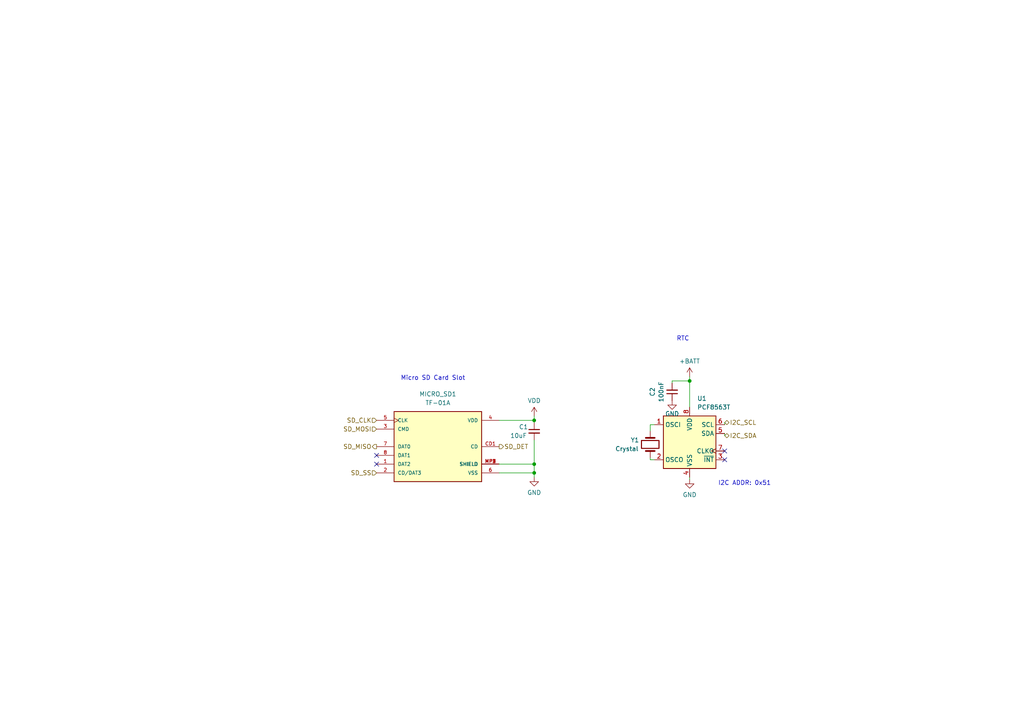
<source format=kicad_sch>
(kicad_sch
	(version 20231120)
	(generator "eeschema")
	(generator_version "8.0")
	(uuid "d339b9d8-51a7-460e-bb19-8d8c25d3e2aa")
	(paper "A4")
	(lib_symbols
		(symbol "Device:C_Small"
			(pin_numbers hide)
			(pin_names
				(offset 0.254) hide)
			(exclude_from_sim no)
			(in_bom yes)
			(on_board yes)
			(property "Reference" "C"
				(at 0.254 1.778 0)
				(effects
					(font
						(size 1.27 1.27)
					)
					(justify left)
				)
			)
			(property "Value" "C_Small"
				(at 0.254 -2.032 0)
				(effects
					(font
						(size 1.27 1.27)
					)
					(justify left)
				)
			)
			(property "Footprint" ""
				(at 0 0 0)
				(effects
					(font
						(size 1.27 1.27)
					)
					(hide yes)
				)
			)
			(property "Datasheet" "~"
				(at 0 0 0)
				(effects
					(font
						(size 1.27 1.27)
					)
					(hide yes)
				)
			)
			(property "Description" "Unpolarized capacitor, small symbol"
				(at 0 0 0)
				(effects
					(font
						(size 1.27 1.27)
					)
					(hide yes)
				)
			)
			(property "ki_keywords" "capacitor cap"
				(at 0 0 0)
				(effects
					(font
						(size 1.27 1.27)
					)
					(hide yes)
				)
			)
			(property "ki_fp_filters" "C_*"
				(at 0 0 0)
				(effects
					(font
						(size 1.27 1.27)
					)
					(hide yes)
				)
			)
			(symbol "C_Small_0_1"
				(polyline
					(pts
						(xy -1.524 -0.508) (xy 1.524 -0.508)
					)
					(stroke
						(width 0.3302)
						(type default)
					)
					(fill
						(type none)
					)
				)
				(polyline
					(pts
						(xy -1.524 0.508) (xy 1.524 0.508)
					)
					(stroke
						(width 0.3048)
						(type default)
					)
					(fill
						(type none)
					)
				)
			)
			(symbol "C_Small_1_1"
				(pin passive line
					(at 0 2.54 270)
					(length 2.032)
					(name "~"
						(effects
							(font
								(size 1.27 1.27)
							)
						)
					)
					(number "1"
						(effects
							(font
								(size 1.27 1.27)
							)
						)
					)
				)
				(pin passive line
					(at 0 -2.54 90)
					(length 2.032)
					(name "~"
						(effects
							(font
								(size 1.27 1.27)
							)
						)
					)
					(number "2"
						(effects
							(font
								(size 1.27 1.27)
							)
						)
					)
				)
			)
		)
		(symbol "Device:Crystal"
			(pin_numbers hide)
			(pin_names
				(offset 1.016) hide)
			(exclude_from_sim no)
			(in_bom yes)
			(on_board yes)
			(property "Reference" "Y"
				(at 0 3.81 0)
				(effects
					(font
						(size 1.27 1.27)
					)
				)
			)
			(property "Value" "Crystal"
				(at 0 -3.81 0)
				(effects
					(font
						(size 1.27 1.27)
					)
				)
			)
			(property "Footprint" ""
				(at 0 0 0)
				(effects
					(font
						(size 1.27 1.27)
					)
					(hide yes)
				)
			)
			(property "Datasheet" "~"
				(at 0 0 0)
				(effects
					(font
						(size 1.27 1.27)
					)
					(hide yes)
				)
			)
			(property "Description" "Two pin crystal"
				(at 0 0 0)
				(effects
					(font
						(size 1.27 1.27)
					)
					(hide yes)
				)
			)
			(property "ki_keywords" "quartz ceramic resonator oscillator"
				(at 0 0 0)
				(effects
					(font
						(size 1.27 1.27)
					)
					(hide yes)
				)
			)
			(property "ki_fp_filters" "Crystal*"
				(at 0 0 0)
				(effects
					(font
						(size 1.27 1.27)
					)
					(hide yes)
				)
			)
			(symbol "Crystal_0_1"
				(rectangle
					(start -1.143 2.54)
					(end 1.143 -2.54)
					(stroke
						(width 0.3048)
						(type default)
					)
					(fill
						(type none)
					)
				)
				(polyline
					(pts
						(xy -2.54 0) (xy -1.905 0)
					)
					(stroke
						(width 0)
						(type default)
					)
					(fill
						(type none)
					)
				)
				(polyline
					(pts
						(xy -1.905 -1.27) (xy -1.905 1.27)
					)
					(stroke
						(width 0.508)
						(type default)
					)
					(fill
						(type none)
					)
				)
				(polyline
					(pts
						(xy 1.905 -1.27) (xy 1.905 1.27)
					)
					(stroke
						(width 0.508)
						(type default)
					)
					(fill
						(type none)
					)
				)
				(polyline
					(pts
						(xy 2.54 0) (xy 1.905 0)
					)
					(stroke
						(width 0)
						(type default)
					)
					(fill
						(type none)
					)
				)
			)
			(symbol "Crystal_1_1"
				(pin passive line
					(at -3.81 0 0)
					(length 1.27)
					(name "1"
						(effects
							(font
								(size 1.27 1.27)
							)
						)
					)
					(number "1"
						(effects
							(font
								(size 1.27 1.27)
							)
						)
					)
				)
				(pin passive line
					(at 3.81 0 180)
					(length 1.27)
					(name "2"
						(effects
							(font
								(size 1.27 1.27)
							)
						)
					)
					(number "2"
						(effects
							(font
								(size 1.27 1.27)
							)
						)
					)
				)
			)
		)
		(symbol "Timer_RTC:PCF8563T"
			(exclude_from_sim no)
			(in_bom yes)
			(on_board yes)
			(property "Reference" "U"
				(at -7.62 8.89 0)
				(effects
					(font
						(size 1.27 1.27)
					)
					(justify left)
				)
			)
			(property "Value" "PCF8563T"
				(at 2.54 8.89 0)
				(effects
					(font
						(size 1.27 1.27)
					)
					(justify left)
				)
			)
			(property "Footprint" "Package_SO:SOIC-8_3.9x4.9mm_P1.27mm"
				(at 0 0 0)
				(effects
					(font
						(size 1.27 1.27)
					)
					(hide yes)
				)
			)
			(property "Datasheet" "https://www.nxp.com/docs/en/data-sheet/PCF8563.pdf"
				(at 0 0 0)
				(effects
					(font
						(size 1.27 1.27)
					)
					(hide yes)
				)
			)
			(property "Description" "Realtime Clock/Calendar I2C Interface, SOIC-8"
				(at 0 0 0)
				(effects
					(font
						(size 1.27 1.27)
					)
					(hide yes)
				)
			)
			(property "ki_keywords" "I2C RTC Clock Calendar"
				(at 0 0 0)
				(effects
					(font
						(size 1.27 1.27)
					)
					(hide yes)
				)
			)
			(property "ki_fp_filters" "SOIC*3.9x4.9mm*P1.27mm*"
				(at 0 0 0)
				(effects
					(font
						(size 1.27 1.27)
					)
					(hide yes)
				)
			)
			(symbol "PCF8563T_0_1"
				(rectangle
					(start -7.62 7.62)
					(end 7.62 -7.62)
					(stroke
						(width 0.254)
						(type default)
					)
					(fill
						(type background)
					)
				)
			)
			(symbol "PCF8563T_1_1"
				(pin input line
					(at -10.16 5.08 0)
					(length 2.54)
					(name "OSCI"
						(effects
							(font
								(size 1.27 1.27)
							)
						)
					)
					(number "1"
						(effects
							(font
								(size 1.27 1.27)
							)
						)
					)
				)
				(pin output line
					(at -10.16 -5.08 0)
					(length 2.54)
					(name "OSCO"
						(effects
							(font
								(size 1.27 1.27)
							)
						)
					)
					(number "2"
						(effects
							(font
								(size 1.27 1.27)
							)
						)
					)
				)
				(pin output line
					(at 10.16 -5.08 180)
					(length 2.54)
					(name "~{INT}"
						(effects
							(font
								(size 1.27 1.27)
							)
						)
					)
					(number "3"
						(effects
							(font
								(size 1.27 1.27)
							)
						)
					)
				)
				(pin power_in line
					(at 0 -10.16 90)
					(length 2.54)
					(name "VSS"
						(effects
							(font
								(size 1.27 1.27)
							)
						)
					)
					(number "4"
						(effects
							(font
								(size 1.27 1.27)
							)
						)
					)
				)
				(pin bidirectional line
					(at 10.16 2.54 180)
					(length 2.54)
					(name "SDA"
						(effects
							(font
								(size 1.27 1.27)
							)
						)
					)
					(number "5"
						(effects
							(font
								(size 1.27 1.27)
							)
						)
					)
				)
				(pin input line
					(at 10.16 5.08 180)
					(length 2.54)
					(name "SCL"
						(effects
							(font
								(size 1.27 1.27)
							)
						)
					)
					(number "6"
						(effects
							(font
								(size 1.27 1.27)
							)
						)
					)
				)
				(pin output clock
					(at 10.16 -2.54 180)
					(length 2.54)
					(name "CLKO"
						(effects
							(font
								(size 1.27 1.27)
							)
						)
					)
					(number "7"
						(effects
							(font
								(size 1.27 1.27)
							)
						)
					)
				)
				(pin power_in line
					(at 0 10.16 270)
					(length 2.54)
					(name "VDD"
						(effects
							(font
								(size 1.27 1.27)
							)
						)
					)
					(number "8"
						(effects
							(font
								(size 1.27 1.27)
							)
						)
					)
				)
			)
		)
		(symbol "WOBCLibrary:TF-01A"
			(pin_names
				(offset 1.016)
			)
			(exclude_from_sim no)
			(in_bom yes)
			(on_board yes)
			(property "Reference" "MICRO_SD"
				(at -12.7 10.795 0)
				(effects
					(font
						(size 1.27 1.27)
					)
					(justify left bottom)
				)
			)
			(property "Value" "TF-01A"
				(at -12.7 -12.7 0)
				(effects
					(font
						(size 1.27 1.27)
					)
					(justify left bottom)
				)
			)
			(property "Footprint" "WOBCLibrary:TF-01A"
				(at 0 0 0)
				(effects
					(font
						(size 1.27 1.27)
					)
					(justify bottom)
					(hide yes)
				)
			)
			(property "Datasheet" ""
				(at 0 0 0)
				(effects
					(font
						(size 1.27 1.27)
					)
					(hide yes)
				)
			)
			(property "Description" "\nStandard Card Edge Connectors\n"
				(at 0 0 0)
				(effects
					(font
						(size 1.27 1.27)
					)
					(justify bottom)
					(hide yes)
				)
			)
			(property "MF" "HRO Electronics Co., Ltd."
				(at 0 0 0)
				(effects
					(font
						(size 1.27 1.27)
					)
					(justify bottom)
					(hide yes)
				)
			)
			(property "Package" "Package"
				(at 0 0 0)
				(effects
					(font
						(size 1.27 1.27)
					)
					(justify bottom)
					(hide yes)
				)
			)
			(property "Price" "None"
				(at 0 0 0)
				(effects
					(font
						(size 1.27 1.27)
					)
					(justify bottom)
					(hide yes)
				)
			)
			(property "SnapEDA_Link" "https://www.snapeda.com/parts/TF-01A/HRO+Electronics+Co.%252C+Ltd./view-part/?ref=snap"
				(at 0 0 0)
				(effects
					(font
						(size 1.27 1.27)
					)
					(justify bottom)
					(hide yes)
				)
			)
			(property "MP" "TF-01A"
				(at 0 0 0)
				(effects
					(font
						(size 1.27 1.27)
					)
					(justify bottom)
					(hide yes)
				)
			)
			(property "Availability" "Not in stock"
				(at 0 0 0)
				(effects
					(font
						(size 1.27 1.27)
					)
					(justify bottom)
					(hide yes)
				)
			)
			(property "Check_prices" "https://www.snapeda.com/parts/TF-01A/HRO+Electronics+Co.%252C+Ltd./view-part/?ref=eda"
				(at 0 0 0)
				(effects
					(font
						(size 1.27 1.27)
					)
					(justify bottom)
					(hide yes)
				)
			)
			(symbol "TF-01A_0_0"
				(rectangle
					(start -12.7 -10.16)
					(end 12.7 10.16)
					(stroke
						(width 0.254)
						(type default)
					)
					(fill
						(type background)
					)
				)
				(pin bidirectional line
					(at -17.78 -5.08 0)
					(length 5.08)
					(name "DAT2"
						(effects
							(font
								(size 1.016 1.016)
							)
						)
					)
					(number "1"
						(effects
							(font
								(size 1.016 1.016)
							)
						)
					)
				)
				(pin bidirectional line
					(at -17.78 -7.62 0)
					(length 5.08)
					(name "CD/DAT3"
						(effects
							(font
								(size 1.016 1.016)
							)
						)
					)
					(number "2"
						(effects
							(font
								(size 1.016 1.016)
							)
						)
					)
				)
				(pin bidirectional line
					(at -17.78 5.08 0)
					(length 5.08)
					(name "CMD"
						(effects
							(font
								(size 1.016 1.016)
							)
						)
					)
					(number "3"
						(effects
							(font
								(size 1.016 1.016)
							)
						)
					)
				)
				(pin power_in line
					(at 17.78 7.62 180)
					(length 5.08)
					(name "VDD"
						(effects
							(font
								(size 1.016 1.016)
							)
						)
					)
					(number "4"
						(effects
							(font
								(size 1.016 1.016)
							)
						)
					)
				)
				(pin bidirectional clock
					(at -17.78 7.62 0)
					(length 5.08)
					(name "CLK"
						(effects
							(font
								(size 1.016 1.016)
							)
						)
					)
					(number "5"
						(effects
							(font
								(size 1.016 1.016)
							)
						)
					)
				)
				(pin power_in line
					(at 17.78 -7.62 180)
					(length 5.08)
					(name "VSS"
						(effects
							(font
								(size 1.016 1.016)
							)
						)
					)
					(number "6"
						(effects
							(font
								(size 1.016 1.016)
							)
						)
					)
				)
				(pin bidirectional line
					(at -17.78 0 0)
					(length 5.08)
					(name "DAT0"
						(effects
							(font
								(size 1.016 1.016)
							)
						)
					)
					(number "7"
						(effects
							(font
								(size 1.016 1.016)
							)
						)
					)
				)
				(pin bidirectional line
					(at -17.78 -2.54 0)
					(length 5.08)
					(name "DAT1"
						(effects
							(font
								(size 1.016 1.016)
							)
						)
					)
					(number "8"
						(effects
							(font
								(size 1.016 1.016)
							)
						)
					)
				)
				(pin passive line
					(at 17.78 0 180)
					(length 5.08)
					(name "CD"
						(effects
							(font
								(size 1.016 1.016)
							)
						)
					)
					(number "CD1"
						(effects
							(font
								(size 1.016 1.016)
							)
						)
					)
				)
				(pin power_in line
					(at 17.78 -5.08 180)
					(length 5.08)
					(name "SHIELD"
						(effects
							(font
								(size 1.016 1.016)
							)
						)
					)
					(number "MP1"
						(effects
							(font
								(size 1.016 1.016)
							)
						)
					)
				)
				(pin power_in line
					(at 17.78 -5.08 180)
					(length 5.08)
					(name "SHIELD"
						(effects
							(font
								(size 1.016 1.016)
							)
						)
					)
					(number "MP2"
						(effects
							(font
								(size 1.016 1.016)
							)
						)
					)
				)
				(pin power_in line
					(at 17.78 -5.08 180)
					(length 5.08)
					(name "SHIELD"
						(effects
							(font
								(size 1.016 1.016)
							)
						)
					)
					(number "MP3"
						(effects
							(font
								(size 1.016 1.016)
							)
						)
					)
				)
				(pin power_in line
					(at 17.78 -5.08 180)
					(length 5.08)
					(name "SHIELD"
						(effects
							(font
								(size 1.016 1.016)
							)
						)
					)
					(number "MP4"
						(effects
							(font
								(size 1.016 1.016)
							)
						)
					)
				)
			)
		)
		(symbol "power:+BATT"
			(power)
			(pin_names
				(offset 0)
			)
			(exclude_from_sim no)
			(in_bom yes)
			(on_board yes)
			(property "Reference" "#PWR"
				(at 0 -3.81 0)
				(effects
					(font
						(size 1.27 1.27)
					)
					(hide yes)
				)
			)
			(property "Value" "+BATT"
				(at 0 3.556 0)
				(effects
					(font
						(size 1.27 1.27)
					)
				)
			)
			(property "Footprint" ""
				(at 0 0 0)
				(effects
					(font
						(size 1.27 1.27)
					)
					(hide yes)
				)
			)
			(property "Datasheet" ""
				(at 0 0 0)
				(effects
					(font
						(size 1.27 1.27)
					)
					(hide yes)
				)
			)
			(property "Description" "Power symbol creates a global label with name \"+BATT\""
				(at 0 0 0)
				(effects
					(font
						(size 1.27 1.27)
					)
					(hide yes)
				)
			)
			(property "ki_keywords" "global power battery"
				(at 0 0 0)
				(effects
					(font
						(size 1.27 1.27)
					)
					(hide yes)
				)
			)
			(symbol "+BATT_0_1"
				(polyline
					(pts
						(xy -0.762 1.27) (xy 0 2.54)
					)
					(stroke
						(width 0)
						(type default)
					)
					(fill
						(type none)
					)
				)
				(polyline
					(pts
						(xy 0 0) (xy 0 2.54)
					)
					(stroke
						(width 0)
						(type default)
					)
					(fill
						(type none)
					)
				)
				(polyline
					(pts
						(xy 0 2.54) (xy 0.762 1.27)
					)
					(stroke
						(width 0)
						(type default)
					)
					(fill
						(type none)
					)
				)
			)
			(symbol "+BATT_1_1"
				(pin power_in line
					(at 0 0 90)
					(length 0) hide
					(name "+BATT"
						(effects
							(font
								(size 1.27 1.27)
							)
						)
					)
					(number "1"
						(effects
							(font
								(size 1.27 1.27)
							)
						)
					)
				)
			)
		)
		(symbol "power:GND"
			(power)
			(pin_names
				(offset 0)
			)
			(exclude_from_sim no)
			(in_bom yes)
			(on_board yes)
			(property "Reference" "#PWR"
				(at 0 -6.35 0)
				(effects
					(font
						(size 1.27 1.27)
					)
					(hide yes)
				)
			)
			(property "Value" "GND"
				(at 0 -3.81 0)
				(effects
					(font
						(size 1.27 1.27)
					)
				)
			)
			(property "Footprint" ""
				(at 0 0 0)
				(effects
					(font
						(size 1.27 1.27)
					)
					(hide yes)
				)
			)
			(property "Datasheet" ""
				(at 0 0 0)
				(effects
					(font
						(size 1.27 1.27)
					)
					(hide yes)
				)
			)
			(property "Description" "Power symbol creates a global label with name \"GND\" , ground"
				(at 0 0 0)
				(effects
					(font
						(size 1.27 1.27)
					)
					(hide yes)
				)
			)
			(property "ki_keywords" "global power"
				(at 0 0 0)
				(effects
					(font
						(size 1.27 1.27)
					)
					(hide yes)
				)
			)
			(symbol "GND_0_1"
				(polyline
					(pts
						(xy 0 0) (xy 0 -1.27) (xy 1.27 -1.27) (xy 0 -2.54) (xy -1.27 -1.27) (xy 0 -1.27)
					)
					(stroke
						(width 0)
						(type default)
					)
					(fill
						(type none)
					)
				)
			)
			(symbol "GND_1_1"
				(pin power_in line
					(at 0 0 270)
					(length 0) hide
					(name "GND"
						(effects
							(font
								(size 1.27 1.27)
							)
						)
					)
					(number "1"
						(effects
							(font
								(size 1.27 1.27)
							)
						)
					)
				)
			)
		)
		(symbol "power:VDD"
			(power)
			(pin_names
				(offset 0)
			)
			(exclude_from_sim no)
			(in_bom yes)
			(on_board yes)
			(property "Reference" "#PWR"
				(at 0 -3.81 0)
				(effects
					(font
						(size 1.27 1.27)
					)
					(hide yes)
				)
			)
			(property "Value" "VDD"
				(at 0 3.81 0)
				(effects
					(font
						(size 1.27 1.27)
					)
				)
			)
			(property "Footprint" ""
				(at 0 0 0)
				(effects
					(font
						(size 1.27 1.27)
					)
					(hide yes)
				)
			)
			(property "Datasheet" ""
				(at 0 0 0)
				(effects
					(font
						(size 1.27 1.27)
					)
					(hide yes)
				)
			)
			(property "Description" "Power symbol creates a global label with name \"VDD\""
				(at 0 0 0)
				(effects
					(font
						(size 1.27 1.27)
					)
					(hide yes)
				)
			)
			(property "ki_keywords" "global power"
				(at 0 0 0)
				(effects
					(font
						(size 1.27 1.27)
					)
					(hide yes)
				)
			)
			(symbol "VDD_0_1"
				(polyline
					(pts
						(xy -0.762 1.27) (xy 0 2.54)
					)
					(stroke
						(width 0)
						(type default)
					)
					(fill
						(type none)
					)
				)
				(polyline
					(pts
						(xy 0 0) (xy 0 2.54)
					)
					(stroke
						(width 0)
						(type default)
					)
					(fill
						(type none)
					)
				)
				(polyline
					(pts
						(xy 0 2.54) (xy 0.762 1.27)
					)
					(stroke
						(width 0)
						(type default)
					)
					(fill
						(type none)
					)
				)
			)
			(symbol "VDD_1_1"
				(pin power_in line
					(at 0 0 90)
					(length 0) hide
					(name "VDD"
						(effects
							(font
								(size 1.27 1.27)
							)
						)
					)
					(number "1"
						(effects
							(font
								(size 1.27 1.27)
							)
						)
					)
				)
			)
		)
	)
	(junction
		(at 154.94 134.62)
		(diameter 0)
		(color 0 0 0 0)
		(uuid "8c31e987-c5cf-483a-940d-28cb39067f52")
	)
	(junction
		(at 154.94 137.16)
		(diameter 0)
		(color 0 0 0 0)
		(uuid "a2482900-a0e1-4bd2-bdef-80839f06a587")
	)
	(junction
		(at 154.94 121.92)
		(diameter 0)
		(color 0 0 0 0)
		(uuid "a38409bb-b0e6-48b3-971a-1016aa5d8bfc")
	)
	(junction
		(at 200.025 110.49)
		(diameter 0)
		(color 0 0 0 0)
		(uuid "de914d9f-f282-48ae-832a-4f9611126cd9")
	)
	(no_connect
		(at 109.22 132.08)
		(uuid "2ded9b6f-dcf8-4043-9322-04dd055b8b69")
	)
	(no_connect
		(at 109.22 134.62)
		(uuid "43d5e9f5-1596-49d1-a9f2-49061b6b771c")
	)
	(no_connect
		(at 210.185 133.35)
		(uuid "e1eb202a-e9c1-4783-88d7-7eeccd8bc036")
	)
	(no_connect
		(at 210.185 130.81)
		(uuid "eb1cac15-6aca-487b-8559-d07fe7e391bd")
	)
	(wire
		(pts
			(xy 200.025 109.22) (xy 200.025 110.49)
		)
		(stroke
			(width 0)
			(type default)
		)
		(uuid "12bf93d2-bd88-4fd4-840c-e1b70306c96d")
	)
	(wire
		(pts
			(xy 200.025 110.49) (xy 200.025 118.11)
		)
		(stroke
			(width 0)
			(type default)
		)
		(uuid "1cd31bcc-b36f-4b50-b839-c48009f4e14b")
	)
	(wire
		(pts
			(xy 144.78 121.92) (xy 154.94 121.92)
		)
		(stroke
			(width 0)
			(type default)
		)
		(uuid "3f646044-708b-4c35-9d8a-71e4f56b5662")
	)
	(wire
		(pts
			(xy 154.94 127.635) (xy 154.94 134.62)
		)
		(stroke
			(width 0)
			(type default)
		)
		(uuid "56ea9976-10ea-421d-b88d-67c98d771abb")
	)
	(wire
		(pts
			(xy 194.945 111.125) (xy 194.945 110.49)
		)
		(stroke
			(width 0)
			(type default)
		)
		(uuid "714cd20a-8944-499a-975b-a31009af8c05")
	)
	(wire
		(pts
			(xy 154.94 120.65) (xy 154.94 121.92)
		)
		(stroke
			(width 0)
			(type default)
		)
		(uuid "88fd2990-d69b-4067-a3aa-b0819d73d912")
	)
	(wire
		(pts
			(xy 154.94 137.16) (xy 154.94 138.43)
		)
		(stroke
			(width 0)
			(type default)
		)
		(uuid "8ec4d013-c72e-4077-a86d-3ab25aeaf476")
	)
	(wire
		(pts
			(xy 200.025 138.43) (xy 200.025 139.065)
		)
		(stroke
			(width 0)
			(type default)
		)
		(uuid "9b01ba0f-7f4b-42f3-8902-872e2f014d69")
	)
	(wire
		(pts
			(xy 188.595 125.095) (xy 188.595 123.19)
		)
		(stroke
			(width 0)
			(type default)
		)
		(uuid "9d9af862-037b-45ad-9346-b03eca79b170")
	)
	(wire
		(pts
			(xy 144.78 134.62) (xy 154.94 134.62)
		)
		(stroke
			(width 0)
			(type default)
		)
		(uuid "ac7b3289-bedb-4083-9c53-544296ac347f")
	)
	(wire
		(pts
			(xy 144.78 137.16) (xy 154.94 137.16)
		)
		(stroke
			(width 0)
			(type default)
		)
		(uuid "ad1b3316-4e39-4c03-a459-59d41a8c5d16")
	)
	(wire
		(pts
			(xy 194.945 110.49) (xy 200.025 110.49)
		)
		(stroke
			(width 0)
			(type default)
		)
		(uuid "b25c5976-1db8-4c90-8d7f-0e39c2baef1d")
	)
	(wire
		(pts
			(xy 154.94 134.62) (xy 154.94 137.16)
		)
		(stroke
			(width 0)
			(type default)
		)
		(uuid "bdaa656a-8775-495c-bffd-713bde9576eb")
	)
	(wire
		(pts
			(xy 210.185 123.19) (xy 210.185 122.555)
		)
		(stroke
			(width 0)
			(type default)
		)
		(uuid "d5e9114c-2d6c-4749-8469-e6a17b871d04")
	)
	(wire
		(pts
			(xy 188.595 123.19) (xy 189.865 123.19)
		)
		(stroke
			(width 0)
			(type default)
		)
		(uuid "d6ca4650-7257-4426-a064-5477efc33442")
	)
	(wire
		(pts
			(xy 188.595 132.715) (xy 188.595 133.35)
		)
		(stroke
			(width 0)
			(type default)
		)
		(uuid "da62f090-4d79-40d8-920b-9121132fcb15")
	)
	(wire
		(pts
			(xy 154.94 121.92) (xy 154.94 122.555)
		)
		(stroke
			(width 0)
			(type default)
		)
		(uuid "dcdcf5f7-cf58-4eee-8286-54f0af596e88")
	)
	(wire
		(pts
			(xy 188.595 133.35) (xy 189.865 133.35)
		)
		(stroke
			(width 0)
			(type default)
		)
		(uuid "e57f5a2b-387a-4d37-b549-f68172c7a6a4")
	)
	(wire
		(pts
			(xy 210.185 125.73) (xy 210.185 126.365)
		)
		(stroke
			(width 0)
			(type default)
		)
		(uuid "ec54b861-dfd6-451c-bcec-de7abd551300")
	)
	(text "Micro SD Card Slot"
		(exclude_from_sim no)
		(at 116.205 110.49 0)
		(effects
			(font
				(size 1.27 1.27)
			)
			(justify left bottom)
		)
		(uuid "37742fb2-78d3-4963-9f5d-4630c7042cab")
	)
	(text "RTC"
		(exclude_from_sim no)
		(at 196.215 99.06 0)
		(effects
			(font
				(size 1.27 1.27)
			)
			(justify left bottom)
		)
		(uuid "480645a6-345b-4906-b690-30f284e2d1f5")
	)
	(text "I2C ADDR: 0x51"
		(exclude_from_sim no)
		(at 208.28 140.97 0)
		(effects
			(font
				(size 1.27 1.27)
			)
			(justify left bottom)
		)
		(uuid "864b9151-9311-4f72-b338-23ad8dbc79bf")
	)
	(hierarchical_label "I2C_SCL"
		(shape bidirectional)
		(at 210.185 122.555 0)
		(fields_autoplaced yes)
		(effects
			(font
				(size 1.27 1.27)
			)
			(justify left)
		)
		(uuid "23020961-ad87-4e5a-b043-0803dfedeedb")
	)
	(hierarchical_label "SD_MOSI"
		(shape input)
		(at 109.22 124.46 180)
		(fields_autoplaced yes)
		(effects
			(font
				(size 1.27 1.27)
			)
			(justify right)
		)
		(uuid "53dd961b-a8b2-4030-86b1-596c9318362f")
	)
	(hierarchical_label "SD_MISO"
		(shape output)
		(at 109.22 129.54 180)
		(fields_autoplaced yes)
		(effects
			(font
				(size 1.27 1.27)
			)
			(justify right)
		)
		(uuid "65e3465f-9f1e-4ab0-b824-edee1bf8b051")
	)
	(hierarchical_label "SD_DET"
		(shape output)
		(at 144.78 129.54 0)
		(fields_autoplaced yes)
		(effects
			(font
				(size 1.27 1.27)
			)
			(justify left)
		)
		(uuid "81ab3bc4-b48a-48dc-9ee7-dc3e4e50c8be")
	)
	(hierarchical_label "I2C_SDA"
		(shape bidirectional)
		(at 210.185 126.365 0)
		(fields_autoplaced yes)
		(effects
			(font
				(size 1.27 1.27)
			)
			(justify left)
		)
		(uuid "b1d59416-1781-472d-82d4-fb9cf3ccf8f8")
	)
	(hierarchical_label "SD_SS"
		(shape input)
		(at 109.22 137.16 180)
		(fields_autoplaced yes)
		(effects
			(font
				(size 1.27 1.27)
			)
			(justify right)
		)
		(uuid "b5ab4b21-a389-474f-8239-3c227a13392b")
	)
	(hierarchical_label "SD_CLK"
		(shape input)
		(at 109.22 121.92 180)
		(fields_autoplaced yes)
		(effects
			(font
				(size 1.27 1.27)
			)
			(justify right)
		)
		(uuid "fa5db796-7d59-44fd-8563-6e3090351d16")
	)
	(symbol
		(lib_id "Device:C_Small")
		(at 154.94 125.095 0)
		(unit 1)
		(exclude_from_sim no)
		(in_bom yes)
		(on_board yes)
		(dnp no)
		(uuid "061e4163-88c9-43ac-915a-a1148ee67af8")
		(property "Reference" "C105"
			(at 150.495 123.825 0)
			(effects
				(font
					(size 1.27 1.27)
				)
				(justify left)
			)
		)
		(property "Value" "10uF"
			(at 147.955 126.365 0)
			(effects
				(font
					(size 1.27 1.27)
				)
				(justify left)
			)
		)
		(property "Footprint" "Capacitor_SMD:C_0603_1608Metric"
			(at 154.94 125.095 0)
			(effects
				(font
					(size 1.27 1.27)
				)
				(hide yes)
			)
		)
		(property "Datasheet" "~"
			(at 154.94 125.095 0)
			(effects
				(font
					(size 1.27 1.27)
				)
				(hide yes)
			)
		)
		(property "Description" ""
			(at 154.94 125.095 0)
			(effects
				(font
					(size 1.27 1.27)
				)
				(hide yes)
			)
		)
		(property "LCSC" "C96446"
			(at 154.94 125.095 0)
			(effects
				(font
					(size 1.27 1.27)
				)
				(hide yes)
			)
		)
		(pin "1"
			(uuid "0ef8ddcb-3d2f-4427-8123-e8e417c09a47")
		)
		(pin "2"
			(uuid "d60aaea7-106b-4f7a-bf02-eb5e8fbbe510")
		)
		(instances
			(project "Tracker"
				(path "/485a01ee-6a57-485f-8e4c-0ef4d16d0717/a23375f4-2e82-4db5-822a-fa2e41534a72"
					(reference "C105")
					(unit 1)
				)
			)
			(project "GS"
				(path "/920f9ee9-d8de-4f24-ad72-1c45434a67fe/2d743060-a673-4d6d-9ddd-6eb57cd18c29"
					(reference "C161")
					(unit 1)
				)
			)
			(project "Logger"
				(path "/d339b9d8-51a7-460e-bb19-8d8c25d3e2aa"
					(reference "C1")
					(unit 1)
				)
			)
		)
	)
	(symbol
		(lib_id "WOBCLibrary:TF-01A")
		(at 127 129.54 0)
		(unit 1)
		(exclude_from_sim no)
		(in_bom yes)
		(on_board yes)
		(dnp no)
		(fields_autoplaced yes)
		(uuid "16e16059-d81c-4be3-9a06-e21042430304")
		(property "Reference" "MICRO_SD101"
			(at 127 114.3 0)
			(effects
				(font
					(size 1.27 1.27)
				)
			)
		)
		(property "Value" "TF-01A"
			(at 127 116.84 0)
			(effects
				(font
					(size 1.27 1.27)
				)
			)
		)
		(property "Footprint" "WOBClibrary:TF-01A"
			(at 127 129.54 0)
			(effects
				(font
					(size 1.27 1.27)
				)
				(justify bottom)
				(hide yes)
			)
		)
		(property "Datasheet" ""
			(at 127 129.54 0)
			(effects
				(font
					(size 1.27 1.27)
				)
				(hide yes)
			)
		)
		(property "Description" "\nStandard Card Edge Connectors\n"
			(at 127 129.54 0)
			(effects
				(font
					(size 1.27 1.27)
				)
				(justify bottom)
				(hide yes)
			)
		)
		(property "MF" "HRO Electronics Co., Ltd."
			(at 127 129.54 0)
			(effects
				(font
					(size 1.27 1.27)
				)
				(justify bottom)
				(hide yes)
			)
		)
		(property "Package" "Package"
			(at 127 129.54 0)
			(effects
				(font
					(size 1.27 1.27)
				)
				(justify bottom)
				(hide yes)
			)
		)
		(property "Price" "None"
			(at 127 129.54 0)
			(effects
				(font
					(size 1.27 1.27)
				)
				(justify bottom)
				(hide yes)
			)
		)
		(property "SnapEDA_Link" "https://www.snapeda.com/parts/TF-01A/HRO+Electronics+Co.%252C+Ltd./view-part/?ref=snap"
			(at 127 129.54 0)
			(effects
				(font
					(size 1.27 1.27)
				)
				(justify bottom)
				(hide yes)
			)
		)
		(property "MP" "TF-01A"
			(at 127 129.54 0)
			(effects
				(font
					(size 1.27 1.27)
				)
				(justify bottom)
				(hide yes)
			)
		)
		(property "Availability" "Not in stock"
			(at 127 129.54 0)
			(effects
				(font
					(size 1.27 1.27)
				)
				(justify bottom)
				(hide yes)
			)
		)
		(property "Check_prices" "https://www.snapeda.com/parts/TF-01A/HRO+Electronics+Co.%252C+Ltd./view-part/?ref=eda"
			(at 127 129.54 0)
			(effects
				(font
					(size 1.27 1.27)
				)
				(justify bottom)
				(hide yes)
			)
		)
		(property "LCSC" "C5155563"
			(at 127 129.54 0)
			(effects
				(font
					(size 1.27 1.27)
				)
				(hide yes)
			)
		)
		(pin "1"
			(uuid "0b2d8f4b-63a3-41e6-8d47-fc5f6d170e6a")
		)
		(pin "2"
			(uuid "983060e3-d1dd-4c38-9ab8-48fe69d3b555")
		)
		(pin "3"
			(uuid "e0c4e9d5-41ad-42ec-856c-9b0e07b74012")
		)
		(pin "4"
			(uuid "ea52297e-2818-4b4d-8acd-151f266e75ab")
		)
		(pin "5"
			(uuid "03588116-114b-40eb-81f9-e122dc6a9657")
		)
		(pin "6"
			(uuid "31e071c9-48a7-484b-a908-a67c8a9705a2")
		)
		(pin "7"
			(uuid "33a74f30-d1c6-4232-a647-62dad3adbea8")
		)
		(pin "8"
			(uuid "728f8e15-a921-4263-b388-c4bbb5991cfe")
		)
		(pin "CD1"
			(uuid "5b59715e-a14b-4190-a991-755c6df57bc7")
		)
		(pin "MP1"
			(uuid "3d2e3680-a7c1-4e82-903b-8e9834f4f78d")
		)
		(pin "MP2"
			(uuid "92c5f0de-35e3-4ef6-ac3b-b9ea944209c2")
		)
		(pin "MP3"
			(uuid "f97e39ae-0243-41a6-ba91-a38f6d127f36")
		)
		(pin "MP4"
			(uuid "d342e0ba-c43c-4f82-8672-a9b6876445dc")
		)
		(instances
			(project "Tracker"
				(path "/485a01ee-6a57-485f-8e4c-0ef4d16d0717/a23375f4-2e82-4db5-822a-fa2e41534a72"
					(reference "MICRO_SD101")
					(unit 1)
				)
			)
			(project "GS"
				(path "/920f9ee9-d8de-4f24-ad72-1c45434a67fe/2d743060-a673-4d6d-9ddd-6eb57cd18c29"
					(reference "MICRO_SD101")
					(unit 1)
				)
			)
			(project "Logger"
				(path "/d339b9d8-51a7-460e-bb19-8d8c25d3e2aa"
					(reference "MICRO_SD1")
					(unit 1)
				)
			)
		)
	)
	(symbol
		(lib_id "power:GND")
		(at 194.945 116.205 0)
		(unit 1)
		(exclude_from_sim no)
		(in_bom yes)
		(on_board yes)
		(dnp no)
		(uuid "232da5b7-13dc-44c3-b246-f89fcc82eadb")
		(property "Reference" "#PWR0105"
			(at 194.945 122.555 0)
			(effects
				(font
					(size 1.27 1.27)
				)
				(hide yes)
			)
		)
		(property "Value" "GND"
			(at 194.945 120.015 0)
			(effects
				(font
					(size 1.27 1.27)
				)
			)
		)
		(property "Footprint" ""
			(at 194.945 116.205 0)
			(effects
				(font
					(size 1.27 1.27)
				)
				(hide yes)
			)
		)
		(property "Datasheet" ""
			(at 194.945 116.205 0)
			(effects
				(font
					(size 1.27 1.27)
				)
				(hide yes)
			)
		)
		(property "Description" ""
			(at 194.945 116.205 0)
			(effects
				(font
					(size 1.27 1.27)
				)
				(hide yes)
			)
		)
		(pin "1"
			(uuid "41e89866-3f46-40c6-8fb0-89873da83d16")
		)
		(instances
			(project "Tracker"
				(path "/485a01ee-6a57-485f-8e4c-0ef4d16d0717/a23375f4-2e82-4db5-822a-fa2e41534a72"
					(reference "#PWR0105")
					(unit 1)
				)
			)
			(project "GS"
				(path "/920f9ee9-d8de-4f24-ad72-1c45434a67fe/2d743060-a673-4d6d-9ddd-6eb57cd18c29"
					(reference "#PWR0215")
					(unit 1)
				)
			)
			(project "Logger"
				(path "/d339b9d8-51a7-460e-bb19-8d8c25d3e2aa"
					(reference "#PWR04")
					(unit 1)
				)
			)
		)
	)
	(symbol
		(lib_id "power:GND")
		(at 200.025 139.065 0)
		(unit 1)
		(exclude_from_sim no)
		(in_bom yes)
		(on_board yes)
		(dnp no)
		(fields_autoplaced yes)
		(uuid "584bd797-b4bc-478e-93f5-dbac1fefb423")
		(property "Reference" "#PWR0107"
			(at 200.025 145.415 0)
			(effects
				(font
					(size 1.27 1.27)
				)
				(hide yes)
			)
		)
		(property "Value" "GND"
			(at 200.025 143.51 0)
			(effects
				(font
					(size 1.27 1.27)
				)
			)
		)
		(property "Footprint" ""
			(at 200.025 139.065 0)
			(effects
				(font
					(size 1.27 1.27)
				)
				(hide yes)
			)
		)
		(property "Datasheet" ""
			(at 200.025 139.065 0)
			(effects
				(font
					(size 1.27 1.27)
				)
				(hide yes)
			)
		)
		(property "Description" ""
			(at 200.025 139.065 0)
			(effects
				(font
					(size 1.27 1.27)
				)
				(hide yes)
			)
		)
		(pin "1"
			(uuid "b81b5e6c-049e-4579-bd82-4870569c17ad")
		)
		(instances
			(project "Tracker"
				(path "/485a01ee-6a57-485f-8e4c-0ef4d16d0717/a23375f4-2e82-4db5-822a-fa2e41534a72"
					(reference "#PWR0107")
					(unit 1)
				)
			)
			(project "GS"
				(path "/920f9ee9-d8de-4f24-ad72-1c45434a67fe/2d743060-a673-4d6d-9ddd-6eb57cd18c29"
					(reference "#PWR0217")
					(unit 1)
				)
			)
			(project "Logger"
				(path "/d339b9d8-51a7-460e-bb19-8d8c25d3e2aa"
					(reference "#PWR06")
					(unit 1)
				)
			)
		)
	)
	(symbol
		(lib_id "power:VDD")
		(at 154.94 120.65 0)
		(unit 1)
		(exclude_from_sim no)
		(in_bom yes)
		(on_board yes)
		(dnp no)
		(fields_autoplaced yes)
		(uuid "59dd57ee-b476-4311-b257-0f0b30b492e9")
		(property "Reference" "#PWR0103"
			(at 154.94 124.46 0)
			(effects
				(font
					(size 1.27 1.27)
				)
				(hide yes)
			)
		)
		(property "Value" "VDD"
			(at 154.94 116.205 0)
			(effects
				(font
					(size 1.27 1.27)
				)
			)
		)
		(property "Footprint" ""
			(at 154.94 120.65 0)
			(effects
				(font
					(size 1.27 1.27)
				)
				(hide yes)
			)
		)
		(property "Datasheet" ""
			(at 154.94 120.65 0)
			(effects
				(font
					(size 1.27 1.27)
				)
				(hide yes)
			)
		)
		(property "Description" ""
			(at 154.94 120.65 0)
			(effects
				(font
					(size 1.27 1.27)
				)
				(hide yes)
			)
		)
		(pin "1"
			(uuid "12a3a72d-9add-455a-ac7b-d0ef822d7aec")
		)
		(instances
			(project "Tracker"
				(path "/485a01ee-6a57-485f-8e4c-0ef4d16d0717/a23375f4-2e82-4db5-822a-fa2e41534a72"
					(reference "#PWR0103")
					(unit 1)
				)
			)
			(project "GS"
				(path "/920f9ee9-d8de-4f24-ad72-1c45434a67fe/2d743060-a673-4d6d-9ddd-6eb57cd18c29"
					(reference "#PWR0213")
					(unit 1)
				)
			)
			(project "Logger"
				(path "/d339b9d8-51a7-460e-bb19-8d8c25d3e2aa"
					(reference "#PWR01")
					(unit 1)
				)
			)
		)
	)
	(symbol
		(lib_id "Timer_RTC:PCF8563T")
		(at 200.025 128.27 0)
		(unit 1)
		(exclude_from_sim no)
		(in_bom yes)
		(on_board yes)
		(dnp no)
		(fields_autoplaced yes)
		(uuid "7ab32ddf-9e54-440a-a97e-d60d4db0b29a")
		(property "Reference" "U102"
			(at 202.2191 115.57 0)
			(effects
				(font
					(size 1.27 1.27)
				)
				(justify left)
			)
		)
		(property "Value" "PCF8563T"
			(at 202.2191 118.11 0)
			(effects
				(font
					(size 1.27 1.27)
				)
				(justify left)
			)
		)
		(property "Footprint" "Package_SO:SOIC-8_3.9x4.9mm_P1.27mm"
			(at 200.025 128.27 0)
			(effects
				(font
					(size 1.27 1.27)
				)
				(hide yes)
			)
		)
		(property "Datasheet" "https://www.nxp.com/docs/en/data-sheet/PCF8563.pdf"
			(at 200.025 128.27 0)
			(effects
				(font
					(size 1.27 1.27)
				)
				(hide yes)
			)
		)
		(property "Description" ""
			(at 200.025 128.27 0)
			(effects
				(font
					(size 1.27 1.27)
				)
				(hide yes)
			)
		)
		(property "LCSC" "C5795601"
			(at 200.025 128.27 0)
			(effects
				(font
					(size 1.27 1.27)
				)
				(hide yes)
			)
		)
		(pin "1"
			(uuid "3fd5a491-32d9-41be-a30c-c27c0ce56079")
		)
		(pin "2"
			(uuid "e27e31ac-0b03-4d41-9d67-78ccdb110a95")
		)
		(pin "3"
			(uuid "87686efd-b204-444b-8ae6-7d336f8b08d1")
		)
		(pin "4"
			(uuid "04bc7afe-64e3-4f58-8a0e-1ae7f58fc533")
		)
		(pin "5"
			(uuid "34cf0ce0-35cd-417f-951d-11b2e2a6cd6f")
		)
		(pin "6"
			(uuid "bf25a9f4-3257-4d6e-ad31-b3ab4cb8bc05")
		)
		(pin "7"
			(uuid "0268c6db-3b14-4f58-9d30-1266676e2687")
		)
		(pin "8"
			(uuid "8eea2ecb-45a4-47eb-8107-d02e43cde581")
		)
		(instances
			(project "Tracker"
				(path "/485a01ee-6a57-485f-8e4c-0ef4d16d0717/a23375f4-2e82-4db5-822a-fa2e41534a72"
					(reference "U102")
					(unit 1)
				)
			)
			(project "GS"
				(path "/920f9ee9-d8de-4f24-ad72-1c45434a67fe/2d743060-a673-4d6d-9ddd-6eb57cd18c29"
					(reference "U115")
					(unit 1)
				)
			)
			(project "Logger"
				(path "/d339b9d8-51a7-460e-bb19-8d8c25d3e2aa"
					(reference "U1")
					(unit 1)
				)
			)
		)
	)
	(symbol
		(lib_id "power:GND")
		(at 154.94 138.43 0)
		(unit 1)
		(exclude_from_sim no)
		(in_bom yes)
		(on_board yes)
		(dnp no)
		(fields_autoplaced yes)
		(uuid "9235200b-3fa0-4987-9c4f-ea64eac561ca")
		(property "Reference" "#PWR0104"
			(at 154.94 144.78 0)
			(effects
				(font
					(size 1.27 1.27)
				)
				(hide yes)
			)
		)
		(property "Value" "GND"
			(at 154.94 142.875 0)
			(effects
				(font
					(size 1.27 1.27)
				)
			)
		)
		(property "Footprint" ""
			(at 154.94 138.43 0)
			(effects
				(font
					(size 1.27 1.27)
				)
				(hide yes)
			)
		)
		(property "Datasheet" ""
			(at 154.94 138.43 0)
			(effects
				(font
					(size 1.27 1.27)
				)
				(hide yes)
			)
		)
		(property "Description" ""
			(at 154.94 138.43 0)
			(effects
				(font
					(size 1.27 1.27)
				)
				(hide yes)
			)
		)
		(pin "1"
			(uuid "b35ceb80-88ad-41fe-a92d-805c3d17beb4")
		)
		(instances
			(project "Tracker"
				(path "/485a01ee-6a57-485f-8e4c-0ef4d16d0717/a23375f4-2e82-4db5-822a-fa2e41534a72"
					(reference "#PWR0104")
					(unit 1)
				)
			)
			(project "GS"
				(path "/920f9ee9-d8de-4f24-ad72-1c45434a67fe/2d743060-a673-4d6d-9ddd-6eb57cd18c29"
					(reference "#PWR0214")
					(unit 1)
				)
			)
			(project "Logger"
				(path "/d339b9d8-51a7-460e-bb19-8d8c25d3e2aa"
					(reference "#PWR03")
					(unit 1)
				)
			)
		)
	)
	(symbol
		(lib_id "Device:C_Small")
		(at 194.945 113.665 180)
		(unit 1)
		(exclude_from_sim no)
		(in_bom yes)
		(on_board yes)
		(dnp no)
		(uuid "b2637021-a39a-4cd4-92f3-c8fedcb5920a")
		(property "Reference" "C106"
			(at 189.23 113.665 90)
			(effects
				(font
					(size 1.27 1.27)
				)
			)
		)
		(property "Value" "100nF"
			(at 191.77 113.665 90)
			(effects
				(font
					(size 1.27 1.27)
				)
			)
		)
		(property "Footprint" "Capacitor_SMD:C_0402_1005Metric"
			(at 194.945 113.665 0)
			(effects
				(font
					(size 1.27 1.27)
				)
				(hide yes)
			)
		)
		(property "Datasheet" "~"
			(at 194.945 113.665 0)
			(effects
				(font
					(size 1.27 1.27)
				)
				(hide yes)
			)
		)
		(property "Description" ""
			(at 194.945 113.665 0)
			(effects
				(font
					(size 1.27 1.27)
				)
				(hide yes)
			)
		)
		(property "LCSC" "C1525"
			(at 194.945 113.665 0)
			(effects
				(font
					(size 1.27 1.27)
				)
				(hide yes)
			)
		)
		(pin "1"
			(uuid "14646138-f625-420e-aaca-a96759729f15")
		)
		(pin "2"
			(uuid "31a85a34-3c16-4019-8954-de16ba7c8460")
		)
		(instances
			(project "Tracker"
				(path "/485a01ee-6a57-485f-8e4c-0ef4d16d0717/a23375f4-2e82-4db5-822a-fa2e41534a72"
					(reference "C106")
					(unit 1)
				)
			)
			(project "GS"
				(path "/920f9ee9-d8de-4f24-ad72-1c45434a67fe/2d743060-a673-4d6d-9ddd-6eb57cd18c29"
					(reference "C162")
					(unit 1)
				)
			)
			(project "Logger"
				(path "/d339b9d8-51a7-460e-bb19-8d8c25d3e2aa"
					(reference "C2")
					(unit 1)
				)
			)
		)
	)
	(symbol
		(lib_id "power:+BATT")
		(at 200.025 109.22 0)
		(unit 1)
		(exclude_from_sim no)
		(in_bom yes)
		(on_board yes)
		(dnp no)
		(fields_autoplaced yes)
		(uuid "b6f3d322-58a2-4a45-b596-c72bce1f262b")
		(property "Reference" "#PWR0106"
			(at 200.025 113.03 0)
			(effects
				(font
					(size 1.27 1.27)
				)
				(hide yes)
			)
		)
		(property "Value" "+BATT"
			(at 200.025 104.775 0)
			(effects
				(font
					(size 1.27 1.27)
				)
			)
		)
		(property "Footprint" ""
			(at 200.025 109.22 0)
			(effects
				(font
					(size 1.27 1.27)
				)
				(hide yes)
			)
		)
		(property "Datasheet" ""
			(at 200.025 109.22 0)
			(effects
				(font
					(size 1.27 1.27)
				)
				(hide yes)
			)
		)
		(property "Description" ""
			(at 200.025 109.22 0)
			(effects
				(font
					(size 1.27 1.27)
				)
				(hide yes)
			)
		)
		(pin "1"
			(uuid "fb97d48a-bd17-4ff8-88e0-9a73d42a8c33")
		)
		(instances
			(project "Tracker"
				(path "/485a01ee-6a57-485f-8e4c-0ef4d16d0717/a23375f4-2e82-4db5-822a-fa2e41534a72"
					(reference "#PWR0106")
					(unit 1)
				)
			)
			(project "GS"
				(path "/920f9ee9-d8de-4f24-ad72-1c45434a67fe/2d743060-a673-4d6d-9ddd-6eb57cd18c29"
					(reference "#PWR0216")
					(unit 1)
				)
			)
			(project "Logger"
				(path "/d339b9d8-51a7-460e-bb19-8d8c25d3e2aa"
					(reference "#PWR05")
					(unit 1)
				)
			)
		)
	)
	(symbol
		(lib_id "Device:Crystal")
		(at 188.595 128.905 270)
		(unit 1)
		(exclude_from_sim no)
		(in_bom yes)
		(on_board yes)
		(dnp no)
		(uuid "e572d5d4-6615-4e6b-95eb-fd7bfe492103")
		(property "Reference" "Y101"
			(at 182.88 127.635 90)
			(effects
				(font
					(size 1.27 1.27)
				)
				(justify left)
			)
		)
		(property "Value" "Crystal"
			(at 178.435 130.175 90)
			(effects
				(font
					(size 1.27 1.27)
				)
				(justify left)
			)
		)
		(property "Footprint" "Crystal:Crystal_SMD_3215-2Pin_3.2x1.5mm"
			(at 188.595 128.905 0)
			(effects
				(font
					(size 1.27 1.27)
				)
				(hide yes)
			)
		)
		(property "Datasheet" "~"
			(at 188.595 128.905 0)
			(effects
				(font
					(size 1.27 1.27)
				)
				(hide yes)
			)
		)
		(property "Description" ""
			(at 188.595 128.905 0)
			(effects
				(font
					(size 1.27 1.27)
				)
				(hide yes)
			)
		)
		(property "LCSC" "C9002"
			(at 188.595 128.905 0)
			(effects
				(font
					(size 1.27 1.27)
				)
				(hide yes)
			)
		)
		(pin "1"
			(uuid "61ef0aaf-a072-4c8f-93ed-afa92868fb8d")
		)
		(pin "2"
			(uuid "63959c4c-20a8-43b2-9f15-9c7efce0df4b")
		)
		(instances
			(project "Tracker"
				(path "/485a01ee-6a57-485f-8e4c-0ef4d16d0717/a23375f4-2e82-4db5-822a-fa2e41534a72"
					(reference "Y101")
					(unit 1)
				)
			)
			(project "GS"
				(path "/920f9ee9-d8de-4f24-ad72-1c45434a67fe/2d743060-a673-4d6d-9ddd-6eb57cd18c29"
					(reference "Y103")
					(unit 1)
				)
			)
			(project "Logger"
				(path "/d339b9d8-51a7-460e-bb19-8d8c25d3e2aa"
					(reference "Y1")
					(unit 1)
				)
			)
		)
	)
	(sheet_instances
		(path "/"
			(page "1")
		)
	)
)
</source>
